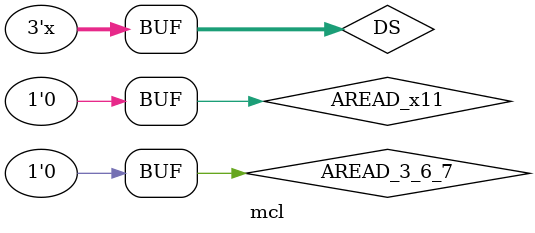
<source format=sv>
`timescale 1ns/1ps
`include "ebox.svh"

module mcl(iAPR APR,
           iCLK CLK,
           iCON CON,
           iCRAM CRAM,
           iCRC CRC,
           iCTL CTL,
           iEBUS.mod EBUS,
           iEDP EDP,
           iIR IR,
           iPI PIC,
           iMCL MCL,
           iSCD SCD,
           iVMA VMA
);

  bit clk /*verilator clocker*/;
  assign clk = CLK.MCL;

  // MCL1 p.371
  bit [4:6] DS;
  bit DIAG_READ;
  bit MEM_AREAD, MEM_WR_CYCLE, MEM_RPW_CYCLE, MEM_COND_FETCH;
  bit MEM_AD_FUNC, MEM_EA_CALC, MEM_LOAD_AR, MEM_LOAD_ARX;
  bit MEM_RW_CYCLE, MEM_WRITE, MEM_UNCOND_FETCH;
  bit LOAD_AD_FUNC, LOAD_VMA_HELD;
  bit AREAD_EA, RW_OR_RPW_CYCLE, MEM_COND_JUMP;
  bit USER_EN, PUBLIC_EN, VMA_EXT_EN;
  bit VMAslashAD, AD_FUNC_08, AD_FUNC_09;
  bit AREAD_3_6_7, AREAD_001, AREAD_x11, Aeq0x0, Aeq001, AREAD_1xx;
  bit EA_PREVIOUS, EA_EXTENDED, FETCH_EN, FETCH_EN_IN;
  bit USER, USER_IOT, PUBLIC, KERNEL_CYCLE;
  bit UPT_EN, EPT_EN, SPEC_EXEC;
  bit PAGE_ILL_ENTRY, USER_COMP;
  bit WRITE_01;
  bit REG_FUNC, MAP_FUNC, SPEC_SP_MEM_CYCLE, AD_LONG_EN, VMA_LONG_EN;
  bit AREAD_EN, XR_SHORT, PXCT, ADR_ERR, SP_MEM_CYCLE;
  bit VMA_PREVIOUS, PC_SECTION_0, PCS_SECTION_0, VMA_SECTION_0;
  bit EBOX_CACHE, EBOX_PAGING_EN;
  bit PAGED_FETCH, PHYS_REF;
  bit MEM_ARL_IND, MEM_MB_WAIT, MEM_RESTORE_VMA, MEM_B_WRITE;
  bit VMA_PAUSE, VMA_WRITE, XP_SHORT, EBOX_REG_FUNC;
  bit PXCT_B09, PXCT_B10, PXCT_B11, PXCT_B12, MEM_REG_FUNC;

  bit RESET;                  // XXX not yet initialized

  assign DS = CTL.DIAG[4:6];
  assign DIAG_READ = EDP.DIAG_READ_FUNC_10x;

  assign AREAD_EA = MEM_AREAD & ~Aeq001;
  assign RW_OR_RPW_CYCLE = MEM_RW_CYCLE | MEM_RPW_CYCLE;
  assign MEM_COND_JUMP = CRAM.MAGIC[5] & MEM_COND_FETCH;
  assign MCL.REQ_EN = (WRITE_01 | ~MEM_B_WRITE) &
                      (CRAM.MEM[0] | CRAM.MEM[1] | RESET);
  assign LOAD_AD_FUNC = MEM_RESTORE_VMA | MEM_AD_FUNC;
  assign LOAD_VMA_HELD = CON.COND_LOAD_VMA_HELD | CRAM.MEM[2];

  bit ignoredE70;
  decoder e70(.en(~CRAM.MEM[0]),
              .sel(CRAM.MEM[1:3]),
              .q({ignoredE70, MEM_ARL_IND, MEM_MB_WAIT,
                  MEM_RESTORE_VMA, MEM_AREAD, MEM_B_WRITE,
                  MEM_COND_FETCH, MEM_REG_FUNC}));

  // E64 is redundant acive low drive of mostly the same signals.
  // It is elided here.

  decoder e72(.en(CRAM.MEM[0]),
              .sel(CRAM.MEM[1:3]),
              .q({MEM_AD_FUNC, MEM_EA_CALC, MEM_LOAD_AR,
                  MEM_LOAD_ARX, MEM_RW_CYCLE, MEM_RPW_CYCLE,
                  MEM_WRITE, MEM_UNCOND_FETCH}));

  mux  e6(.en(DIAG_READ),
          .sel(DS),
          .d({VMA.HELD_OR_PC[1], VMA.HELD_OR_PC[7], MCL.VMA_READ, VMA_PAUSE,
              VMA_WRITE, MCL.LOAD_AR, MCL.LOAD_ARX, MCL.STORE_AR}),
          .q(MCL.EBUSdriver.data[18]));

  mux e11(.en(DIAG_READ),
          .sel(DS),
          .d({VMA.HELD_OR_PC[2], VMA.HELD_OR_PC[8], MEM_ARL_IND, ~MCL.REQ_EN,
              MCL.VMA_USER, MCL.VMA_PUBLIC, ~MCL.VMA_PREVIOUS, ~MCL.VMA_EXTENDED}),
          .q(MCL.EBUSdriver.data[19]));

  mux e16(.en(DIAG_READ),
          .sel(DS),
          .d({VMA.HELD_OR_PC[3], VMA.HELD_OR_PC[9], MCL.PAGE_TEST_PRIVATE, MCL.VMA_UPT,
              MCL.PAGE_UEBR_REF, MCL.PAGE_ADDRESS_COND, PAGE_ILL_ENTRY, MCL.VMA_FETCH}),
          .q(MCL.EBUSdriver.data[20]));

  mux e26(.en(DIAG_READ),
          .sel(DS),
          .d({VMA.HELD_OR_PC[4], VMA.HELD_OR_PC[10], MCL.XR_PREVIOUS, MCL.VMA_ADR_ERR,
              ~MCL.VMAX_EN, MCL.VMAX_SEL, ~MCL.PAGED_FETCH}),
          .q(MCL.EBUSdriver.data[21]));

  mux e36(.en(DIAG_READ),
          .sel(DS),
          .d({VMA.HELD_OR_PC[5], VMA.HELD_OR_PC[11], MCL.VMA_AD, MCL.VMA_INC,
              ~MCL.LOAD_VMA_CONTEXT, MCL._23_BIT_EA, MCL._18_BIT_EA,
              MCL.MBOX_CYC_REQ}),
          .q(MCL.EBUSdriver.data[22]));

  mux e27(.en(DIAG_READ),
          .sel(DS),
          .d({VMA.HELD_OR_PC[6], VMA.HELD_OR_PC[12], XP_SHORT, MCL.SHORT_STACK,
              ~MCL.EBOX_CACHE, ~MCL.EBOX_MAY_BE_PAGED, EBOX_REG_FUNC,
              ~MCL.EBOX_MAP}),
          .q(MCL.EBUSdriver.data[23]));

  // MCL2 p.372
  bit [0:3] gatedMagic, e13SR;
  bit [1:4] gatedAD;

  assign gatedMagic = {4{MEM_EA_CALC}} & CRAM.MAGIC[0:3];
  assign gatedAD = {4{MEM_AD_FUNC}} & EDP.AD[1:4];
  assign MCL.VMA_READ = |e13SR[0:1];
  assign MCL.VMA_READ_OR_WRITE = e13SR[0] | e13SR[1] | e13SR[3];
  assign MCL.LOAD_AR = e13SR[0];
  assign MCL.LOAD_ARX = e13SR[1];
  assign MCL.VMA_PAUSE = e13SR[2];
  assign MCL.VMA_WRITE = e13SR[3];
  assign MCL.STORE_AR = e13SR[2] & ~MCL.LOAD_AR & ~MCL.LOAD_ARX & MCL.VMA_WRITE;

  USR4 e13SR0(.CLK(clk),
              .S0(0),
              .D(gatedMagic[0:3] | gatedAD[1:4] |
                 {AREAD_1xx   | MEM_LOAD_AR | RW_OR_RPW_CYCLE,
                  FETCH_EN    | MEM_LOAD_ARX,
                  AREAD_x11   | MEM_RPW_CYCLE,
                  AREAD_3_6_7 | MEM_B_WRITE | RW_OR_RPW_CYCLE | MEM_WRITE}),
              .S3(0),
              .SEL({2{~MCL.REQ_EN}}),
              .Q(e13SR));

  assign USER_EN = MCL.VMA_PREV_EN & USER_IOT |
                   USER & (KERNEL_CYCLE | FETCH_EN) & ~SPEC_EXEC |
                   SPEC_SP_MEM_CYCLE & CRAM.MAGIC[1] & ~SPEC_EXEC |
                   LOAD_AD_FUNC & EDP.AD[5];
  assign PUBLIC_EN = ~MCL.VMA_PREV_EN & (KERNEL_CYCLE | FETCH_EN) & PUBLIC |
                     SCD.PCP & ~USER & MCL.VMA_PREV_EN |
                     USER & PUBLIC & MCL.VMA_PREV_EN |
                     LOAD_AD_FUNC & EDP.AD[6];

  bit [0:3] e14SR;
  always_ff @(posedge clk) if (MCL.LOAD_VMA_CONTEXT)
    e14SR <= {USER_EN, PUBLIC_EN, MCL.VMA_PREV_EN, VMA_EXT_EN};

  assign MCL.VMA_EXEC = e14SR[0];
  assign MCL.VMA_USER = e14SR[0] & ~REG_FUNC;
  assign MCL.VMA_PUBLIC = e14SR[1] & ~REG_FUNC;
  assign MCL.VMA_PREVIOUS = e14SR[2] & ~REG_FUNC;
  assign MCL.VMA_EXTENDED = e14SR[3];


  // MCL3 p.373
  bit e5pin3;

  assign UPT_EN = SPEC_SP_MEM_CYCLE & USER_EN & CRAM.MAGIC[4];
  assign EPT_EN = SPEC_SP_MEM_CYCLE & ~USER_EN & CRAM.MAGIC[5];
  assign SPEC_EXEC = SPEC_SP_MEM_CYCLE & CRAM.MAGIC[2];

  assign e5pin3 = (APR.FETCH_COMP & MCL.VMA_FETCH |
                   APR.WRITE_COMP & VMA_WRITE |
                   APR.READ_COMP & ~MCL.VMA_FETCH & MCL.VMA_READ) &
                  (~MCL.VMA_USER | USER_COMP) &
                  (MCL.VMA_USER | ~USER_COMP) &
                  ~SCD.ADR_BRK_PREVENT & ~MAP_FUNC & ~REG_FUNC;

  assign MCL.PAGE_ADDRESS_COND = VMA.MATCH_13_35 & e5pin3 |
                                 MCL.VMA_ADR_ERR & ~RESET;

  assign PAGE_ILL_ENTRY = e5pin3 & VMA.MATCH_13_35 & EBOX_PAGING_EN |
                          SCD.PRIVATE_INSTR & PUBLIC |
                          MCL.VMA_ADR_ERR;
  assign USER_COMP = APR.USER_COMP;
  assign MCL.PAGE_TEST_PRIVATE = MCL.VMA_PUBLIC & EBOX_PAGING_EN & ~MCL.VMA_FETCH;

  bit [1:12] heldSR;
  always_ff @(posedge clk) if (LOAD_VMA_HELD) begin
    heldSR[1:4] <= {MCL.LOAD_AR, MCL.LOAD_ARX, MCL.VMA_PAUSE, MCL.VMA_WRITE};
    heldSR[5:8] <= {MCL.VMA_USER, MCL.VMA_PUBLIC,
                    MCL.VMA_PREVIOUS, MCL.VMA_EXTENDED};
    heldSR[9:12] <= {MCL.VMA_FETCH, MCL.EBOX_MAP,
                     ~MCL.EBOX_CACHE, ~MCL.EBOX_MAY_BE_PAGED};
  end

  assign VMA.HELD_OR_PC[1:4] = CON.COND_SEL_VMA ?
                               heldSR[1:4] :
                               {SCD.CRY0, SCD.CRY1, SCD.FOV, SCD.FPD};
  assign VMA.HELD_OR_PC[5:8] = CON.COND_SEL_VMA ?
                               heldSR[5:8] :
                               {SCD.USER, SCD.USER_IOT, SCD.PUBLIC, SCD.ADR_BRK_INH};
  assign VMA.HELD_OR_PC[9:12] = CON.COND_SEL_VMA ?
                                heldSR[9:12] :
                                {SCD.TRAP_REQ_2, SCD.TRAP_REQ_1, SCD.FXU, SCD.DIV_CHK};


  // MCL4 p.374
  bit [0:2] SR;
  always_ff @(posedge clk) if (CON.LOAD_ACCESS_COND | MEM_AREAD | RESET) SR <= CRAM.MAGIC[0:2];

  bit e46pin3;
  bit e48B0, e48B1;
  mux2x4 e48(.EN(1'b1),
             .SEL(SR[1:2]),
             .D0({RESET, PXCT_B10, PXCT_B11, PXCT_B12}),
             .D1({PXCT_B09, PXCT_B11, PXCT_B12, PXCT_B12}),
             .B0(e48B0),
             .B1(e48B1));

  assign e46pin3 = AD_LONG_EN & MEM_EA_CALC |
                   EA_EXTENDED & CRAM.MAGIC[7] & MEM_EA_CALC |
                   ~MCL.SHORT_STACK & CRAM.MAGIC[8] & MEM_EA_CALC |
                   AD_LONG_EN & AREAD_EN;
  assign VMA_EXT_EN = VMAslashAD & ~SR[0] |
                      AD_FUNC_08 |
                      e46pin3;
  assign VMA_LONG_EN = e46pin3 |
                       MEM_REG_FUNC |
                       LOAD_AD_FUNC |
                       VMAslashAD |
                       MEM_EA_CALC & CRAM.MAGIC[5];
  assign MCL.VMAX_SEL[0] = MCL.VMA_PREV_EN & ~VMA_PREVIOUS |
                           CRAM.SH[0] & ~MCL.LOAD_VMA |
                           VMA_LONG_EN |
                           PXCT_B12 & CRAM.MAGIC[5] & MEM_EA_CALC;
  assign MCL.VMAX_SEL[1] = AREAD_001 |
                           MEM_EA_CALC & CRAM.MAGIC[5] & ~PXCT_B12 |
                           VMA_LONG_EN |
                           ~MCL.LOAD_VMA & CRAM.SH[0] |
                           MCL.LOAD_VMA & ~MEM_AREAD & ~MEM_EA_CALC;
  assign XR_SHORT = ~MCL.VMA_PREV_EN & VMA_SECTION_0 |
                    VMA_PREVIOUS & VMA_SECTION_0 & MCL.VMA_PREV_EN |
                    ~VMA_PREVIOUS & PCS_SECTION_0 & MCL.VMA_PREV_EN |
                    ~APR.FM_EXTENDED;
  assign MCL.SHORT_STACK = ~APR.FM_EXTENDED |
                           PC_SECTION_0 & ~PXCT_B12 |
                           PXCT_B12 & PCS_SECTION_0 |
                           ~APR.FM_EXTENDED;
  assign MCL.VMA_AD = MEM_EA_CALC | LOAD_AD_FUNC | VMAslashAD | RESET | AREAD_EA;
  assign VMAslashAD = &CRAM.VMA;
  assign MCL.VMA_INC = MCL.SKIP_SATISFIED & ~CON.PI_CYCLE;
  assign MCL.LOAD_VMA_CONTEXT = SPEC_SP_MEM_CYCLE | MCL.LOAD_VMA;
  assign MCL.LOAD_VMA = (~MEM_COND_JUMP | ~IR.TEST_SATISFIED) &
                        (CRAM.VMA[0] | CRAM.VMA[1] | RESET);
  assign MCL.VMA_PREV_EN = e48B0 & VMAslashAD |
                           AREAD_EA & PXCT_B10 |
                           EDP.AD[7] & LOAD_AD_FUNC |
                           MEM_EA_CALC &
                           (e48B1 & CRAM.MAGIC[5] |
                            MCL.XR_PREVIOUS & CRAM.MAGIC[5] |
                            EA_PREVIOUS & CRAM.MAGIC[7] |
                            PXCT_B12 & CRAM.MAGIC[8]);

  mux e47(.en(1'b1),
          .sel({PXCT_B09, SR[1:2]}),
          .d({3'b000, PXCT_B11, PXCT_B09, PXCT_B11, PXCT_B12, PXCT_B11}),
          .q(MCL.XR_PREVIOUS));

  bit [0:3] e50SR;
  always_ff @(posedge clk) if (CON.LOAD_SPEC_INSTR) begin
    PXCT <= CRAM.MAGIC[4];
    KERNEL_CYCLE <= CRAM.MAGIC[1];
    e50SR <= APR.AC[9:12];
  end

  assign {PXCT_B09, PXCT_B10, PXCT_B11, PXCT_B12} = {4{PXCT}} & e50SR;


  // MCL5 p.375
  bit adrErr;
  assign adrErr = ~LOAD_AD_FUNC &
                  ~MEM_REG_FUNC &
                  VMA_LONG_EN &
                  ((EDP.AD[6:11] !== '0) | ~EDP.AD[12]);

  always_ff @(posedge clk) if (MCL.LOAD_VMA) begin
    ADR_ERR <= adrErr;
    MCL.VMA_ADR_ERR <= VMA.VMA[12] | adrErr;
  end

  bit syncNotReg;
  assign syncNotReg = ~REG_FUNC | CLK.EBOX_SYNC;
  assign WRITE_01 = MEM_B_WRITE & IR.DRAM_B[1];
  assign MCL.MBOX_CYC_REQ = CRAM.MEM[0] & syncNotReg | // CRAM.MEM[0] equivalent to MCL1 MEM 00 A
                            MEM_AREAD & ~Aeq0x0 & syncNotReg |
                            MEM_COND_FETCH & ~CON.PI_CYCLE & syncNotReg |
                            CLK.EBOX_SYNC & (WRITE_01 |
                                             MEM_REG_FUNC |
                                             MCL.SKIP_SATISFIED |
                                             FETCH_EN_IN);
  assign FETCH_EN_IN = IR.JRST0 & MEM_AREAD |
                       MEM_COND_FETCH & CRAM.MAGIC[0] |
                       SPEC_SP_MEM_CYCLE & CRAM.MAGIC[0] |
                       MEM_COND_FETCH & ~CON.PI_CYCLE;
  assign FETCH_EN = MCL.SKIP_SATISFIED | AREAD_001 | AD_FUNC_09 | MEM_UNCOND_FETCH;
  assign MCL.VMAX_EN = ~(SPEC_SP_MEM_CYCLE & RESET |
                         CRAM.MAGIC[3] & RESET);
  assign MCL._18_BIT_EA = MEM_AREAD & ~IR.DRAM_A[0] & ~IR.DRAM_A[1];
  assign MCL._23_BIT_EA = MEM_AREAD & ~AD_LONG_EN;
  assign AD_LONG_EN = CRAM.SH[1] | CRAM.SH[0] & ~XR_SHORT;
  assign MCL.SKIP_SATISFIED = MEM_COND_FETCH & CRAM.MAGIC[5] & IR.TEST_SATISFIED;
  assign SP_MEM_CYCLE = CTL.SPEC_SP_MEM_CYCLE;
  assign RESET = CLK.MR_RESET;

  // E79 decoder
  assign Aeq0x0 = IR.DRAM_A == 3'b000 || IR.DRAM_A == 3'b010;
  assign Aeq001 = IR.DRAM_A == 3'b001;
  assign AREAD_001 = Aeq001 && MEM_AREAD;
  assign AREAD_x11 = IR.DRAM_A == 3'b111 && MEM_AREAD;
  assign AREAD_3_6_7 = (IR.DRAM_A == 3'b011 ||
                        IR.DRAM_A == 3'b110 ||
                        IR.DRAM_A == 3'b111) &
                       MEM_AREAD;
  assign AREAD_1xx = IR.DRAM_A[0] & MEM_AREAD;

  always_ff @(posedge clk) if (MEM_AREAD) begin
    EA_PREVIOUS <= MCL.VMA_PREV_EN;
    EA_EXTENDED <= VMA_EXT_EN;
  end


  // MCL6 p.376
  bit [0:3] e33SR;
  assign AD_FUNC_08 = EDP.AD[8] & LOAD_AD_FUNC;
  assign AD_FUNC_09 = EDP.AD[9] & LOAD_AD_FUNC;
  assign VMA_SECTION_0 = ~CTL.DIAG_FORCE_EXTEND & VMA.VMA_SECTION_0;
  assign PC_SECTION_0 = ~CTL.DIAG_FORCE_EXTEND & VMA.PC_SECTION_0;
  assign PCS_SECTION_0 = ~CTL.DIAG_FORCE_EXTEND & VMA.PCS_SECTION_0;

  assign USER = SCD.USER;
  assign USER_IOT = SCD.USER_IOT;
  assign PUBLIC = SCD.PUBLIC;

  assign EBOX_CACHE = e33SR[0] & ~REG_FUNC;
  assign EBOX_PAGING_EN = e33SR[1];
  assign MCL.EBOX_MAY_BE_PAGED = EBOX_PAGING_EN & ~REG_FUNC;
  assign MCL.VMA_EPT = e33SR[2];
  assign MCL.VMA_UPT = e33SR[3];
  assign MCL.PAGE_UEBR_REF = MCL.VMA_EPT | MCL.VMA_UPT;
  assign MCL.EBOX_MAP = MAP_FUNC;
  assign PAGED_FETCH = MCL.VMA_FETCH & ~MCL.PAGE_UEBR_REF & MCL.EBOX_MAY_BE_PAGED;
  assign PHYS_REF = CRAM.MAGIC[8] & SPEC_SP_MEM_CYCLE;

  always_ff @(posedge clk) if (MCL.LOAD_VMA_CONTEXT) begin
    e33SR[0] = ~CON.CACHE_LOAD_EN |
               SPEC_SP_MEM_CYCLE & CRAM.MAGIC[7] |
               LOAD_AD_FUNC & EDP.AD[11];
    e33SR[1] = CON.TRAP_EN |
               SPEC_SP_MEM_CYCLE & CRAM.MAGIC[08] |
               LOAD_AD_FUNC & EDP.AD[12];
    e33SR[2] = EPT_EN;
    e33SR[3] = UPT_EN;
    MCL.PAGE_UEBR_REF_A <= PHYS_REF | EPT_EN | UPT_EN; // XXX find wrong references
  end

  always_ff @(posedge clk) if (MCL.REQ_EN) begin
    MAP_FUNC <= MEM_REG_FUNC & CRAM.MAGIC[3] | LOAD_AD_FUNC & EDP.AD[12];
    REG_FUNC <= MEM_REG_FUNC & CRAM.MAGIC[0];
    MCL.VMA_FETCH <= FETCH_EN;
  end
endmodule // mcl

</source>
